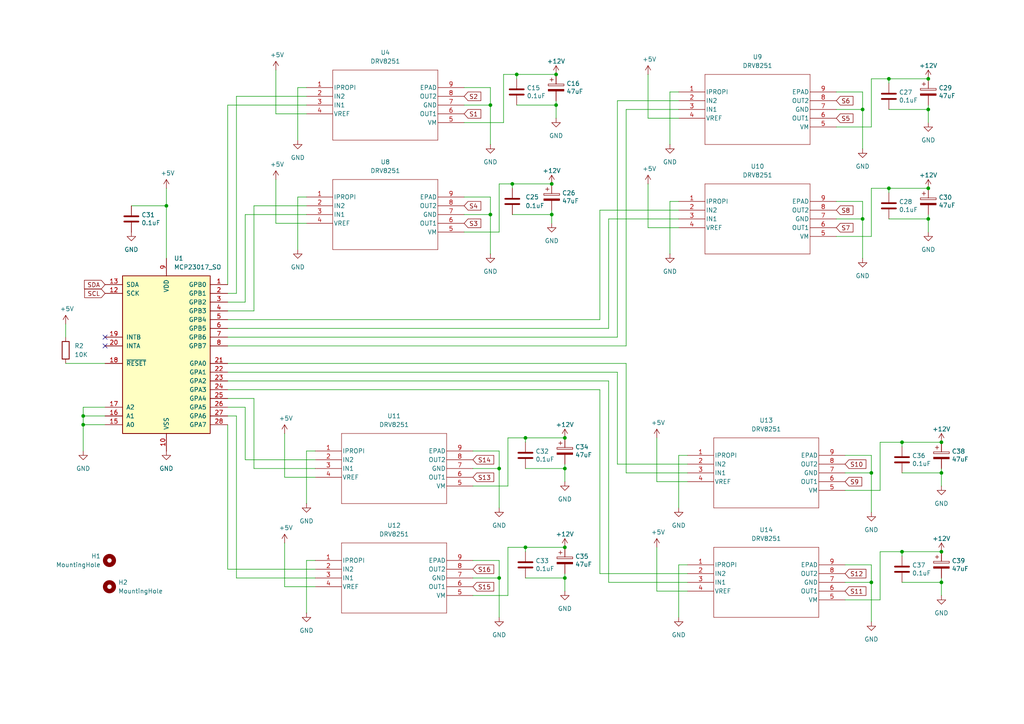
<source format=kicad_sch>
(kicad_sch (version 20231120) (generator "eeschema") (generator_version "8.0")
  (paper "A4")
  (title_block (title "DRVs") (date "2024-11-04"))
  (lib_symbols
    (symbol "Mechanical:MountingHole" (pin_names (offset 1.016)) (exclude_from_sim yes) (in_bom no)
      (property "Reference" "H" (at 0 5.08 0))
      (property "Value" "MountingHole" (at 0 3.175 0))
      (symbol "MountingHole_0_1"
        (circle (center 0 0) (radius 1.27) (stroke (width 1.27)))
      )
    )
    (symbol "RC17Symbols:C" (pin_numbers hide) (pin_names (offset 0.254))
      (property "Reference" "C" (at 0.635 2.54 0))
      (property "Value" "C" (at 0.635 -2.54 0))
      (symbol "C_0_1"
        (polyline (pts (xy -2.032 -0.762) (xy 2.032 -0.762)) (stroke (width 0.508)))
        (polyline (pts (xy -2.032 0.762) (xy 2.032 0.762)) (stroke (width 0.508)))
      )
      (symbol "C_1_1"
        (pin passive line (at 0 3.81 270) (length 2.794) (name "~") (number "1"))
        (pin passive line (at 0 -3.81 90) (length 2.794) (name "~") (number "2"))
      )
    )
    (symbol "RC17Symbols:C_Polarized" (pin_numbers hide) (pin_names (offset 0.254))
      (property "Reference" "C" (at 0.635 2.54 0))
      (property "Value" "C_Polarized" (at 0.635 -2.54 0))
      (symbol "C_Polarized_0_1"
        (rectangle (start -2.286 0.508) (end 2.286 1.016))
        (polyline (pts (xy -1.778 2.286) (xy -0.762 2.286)))
        (polyline (pts (xy -1.27 2.794) (xy -1.27 1.778)))
        (rectangle (start 2.286 -0.508) (end -2.286 -1.016) (fill (type outline)))
      )
      (symbol "C_Polarized_1_1"
        (pin passive line (at 0 3.81 270) (length 2.794) (name "~") (number "1"))
        (pin passive line (at 0 -3.81 90) (length 2.794) (name "~") (number "2"))
      )
    )
    (symbol "RC17Symbols:DRV8251ADDAR" (pin_names (offset 0.254))
      (property "Reference" "U" (at 22.86 10.16 0))
      (property "Value" "DRV8251ADDAR" (at 22.86 7.62 0))
      (symbol "DRV8251ADDAR_0_1"
        (polyline (pts (xy 7.62 -15.24) (xy 38.1 -15.24)) (stroke (width 0.127)))
        (polyline (pts (xy 7.62 5.08) (xy 7.62 -15.24)) (stroke (width 0.127)))
        (polyline (pts (xy 38.1 -15.24) (xy 38.1 5.08)) (stroke (width 0.127)))
        (polyline (pts (xy 38.1 5.08) (xy 7.62 5.08)) (stroke (width 0.127)))
        (pin passive line (at 0 0 0) (length 7.62) (name "IPROPI") (number "1"))
        (pin passive line (at 0 -2.54 0) (length 7.62) (name "IN2") (number "2"))
        (pin passive line (at 0 -5.08 0) (length 7.62) (name "IN1") (number "3"))
        (pin passive line (at 0 -7.62 0) (length 7.62) (name "VREF") (number "4"))
        (pin passive line (at 45.72 -10.16 180) (length 7.62) (name "VM") (number "5"))
        (pin passive line (at 45.72 -7.62 180) (length 7.62) (name "OUT1") (number "6"))
        (pin passive line (at 45.72 -5.08 180) (length 7.62) (name "GND") (number "7"))
        (pin passive line (at 45.72 -2.54 180) (length 7.62) (name "OUT2") (number "8"))
        (pin passive line (at 45.72 0 180) (length 7.62) (name "EPAD") (number "9"))
      )
    )
    (symbol "RC17Symbols:MCP23017_SO" (pin_names (offset 1.016))
      (property "Reference" "U" (at -11.43 24.13 0))
      (property "Value" "MCP23017_SO" (at 0 0 0))
      (symbol "MCP23017_SO_0_1"
        (rectangle (start -12.7 22.86) (end 12.7 -22.86) (stroke (width 0.254)) (fill (type background)))
      )
      (symbol "MCP23017_SO_1_1"
        (pin bidirectional line (at 17.78 20.32 180) (length 5.08) (name "GPB0") (number "1"))
        (pin power_in line (at 0 -27.94 90) (length 5.08) (name "VSS") (number "10"))
        (pin no_connect line (at -12.7 15.24 0) (length 5.08) hide (name "NC") (number "11"))
        (pin input line (at -17.78 17.78 0) (length 5.08) (name "SCK") (number "12"))
        (pin bidirectional line (at -17.78 20.32 0) (length 5.08) (name "SDA") (number "13"))
        (pin no_connect line (at -12.7 12.7 0) (length 5.08) hide (name "NC") (number "14"))
        (pin input line (at -17.78 -20.32 0) (length 5.08) (name "A0") (number "15"))
        (pin input line (at -17.78 -17.78 0) (length 5.08) (name "A1") (number "16"))
        (pin input line (at -17.78 -15.24 0) (length 5.08) (name "A2") (number "17"))
        (pin input line (at -17.78 -2.54 0) (length 5.08) (name "~{RESET}") (number "18"))
        (pin tri_state line (at -17.78 5.08 0) (length 5.08) (name "INTB") (number "19"))
        (pin bidirectional line (at 17.78 17.78 180) (length 5.08) (name "GPB1") (number "2"))
        (pin tri_state line (at -17.78 2.54 0) (length 5.08) (name "INTA") (number "20"))
        (pin bidirectional line (at 17.78 -2.54 180) (length 5.08) (name "GPA0") (number "21"))
        (pin bidirectional line (at 17.78 -5.08 180) (length 5.08) (name "GPA1") (number "22"))
        (pin bidirectional line (at 17.78 -7.62 180) (length 5.08) (name "GPA2") (number "23"))
        (pin bidirectional line (at 17.78 -10.16 180) (length 5.08) (name "GPA3") (number "24"))
        (pin bidirectional line (at 17.78 -12.7 180) (length 5.08) (name "GPA4") (number "25"))
        (pin bidirectional line (at 17.78 -15.24 180) (length 5.08) (name "GPA5") (number "26"))
        (pin bidirectional line (at 17.78 -17.78 180) (length 5.08) (name "GPA6") (number "27"))
        (pin bidirectional line (at 17.78 -20.32 180) (length 5.08) (name "GPA7") (number "28"))
        (pin bidirectional line (at 17.78 15.24 180) (length 5.08) (name "GPB2") (number "3"))
        (pin bidirectional line (at 17.78 12.7 180) (length 5.08) (name "GPB3") (number "4"))
        (pin bidirectional line (at 17.78 10.16 180) (length 5.08) (name "GPB4") (number "5"))
        (pin bidirectional line (at 17.78 7.62 180) (length 5.08) (name "GPB5") (number "6"))
        (pin bidirectional line (at 17.78 5.08 180) (length 5.08) (name "GPB6") (number "7"))
        (pin bidirectional line (at 17.78 2.54 180) (length 5.08) (name "GPB7") (number "8"))
        (pin power_in line (at 0 27.94 270) (length 5.08) (name "VDD") (number "9"))
      )
    )
    (symbol "RC17Symbols:R" (pin_numbers hide) (pin_names (offset 0))
      (property "Reference" "R" (at 2.032 0 90))
      (property "Value" "R" (at 0 0 90))
      (symbol "R_0_1"
        (rectangle (start -1.016 -2.54) (end 1.016 2.54) (stroke (width 0.254)))
      )
      (symbol "R_1_1"
        (pin passive line (at 0 3.81 270) (length 1.27) (name "~") (number "1"))
        (pin passive line (at 0 -3.81 90) (length 1.27) (name "~") (number "2"))
      )
    )
    (symbol "power:+12V" (power) (pin_numbers hide) (pin_names (offset 0) hide)
      (property "Value" "+12V" (at 0 3.556 0))
      (symbol "+12V_0_1"
        (polyline (pts (xy -0.762 1.27) (xy 0 2.54)))
        (polyline (pts (xy 0 0) (xy 0 2.54)))
        (polyline (pts (xy 0 2.54) (xy 0.762 1.27)))
      )
      (symbol "+12V_1_1"
        (pin power_in line (at 0 0 90) (length 0) (name "~") (number "1"))
      )
    )
    (symbol "power:+5V" (power) (pin_numbers hide) (pin_names (offset 0) hide)
      (property "Value" "+5V" (at 0 3.556 0))
      (symbol "+5V_0_1"
        (polyline (pts (xy -0.762 1.27) (xy 0 2.54)))
        (polyline (pts (xy 0 0) (xy 0 2.54)))
        (polyline (pts (xy 0 2.54) (xy 0.762 1.27)))
      )
      (symbol "+5V_1_1"
        (pin power_in line (at 0 0 90) (length 0) (name "~") (number "1"))
      )
    )
    (symbol "power:GND" (power) (pin_numbers hide) (pin_names (offset 0) hide)
      (property "Value" "GND" (at 0 -3.81 0))
      (symbol "GND_0_1"
        (polyline (pts (xy 0 0) (xy 0 -1.27) (xy 1.27 -1.27) (xy 0 -2.54) (xy -1.27 -1.27) (xy 0 -1.27)))
      )
      (symbol "GND_1_1"
        (pin power_in line (at 0 0 270) (length 0) (name "~") (number "1"))
      )
    )
  )
  (junction (at 250.19 31.75))
  (junction (at 148.59 53.34))
  (junction (at 273.05 128.27))
  (junction (at 152.4 127))
  (junction (at 269.24 54.61))
  (junction (at 273.05 137.16))
  (junction (at 160.02 53.34))
  (junction (at 152.4 158.75))
  (junction (at 269.24 63.5))
  (junction (at 144.78 135.89))
  (junction (at 273.05 168.91))
  (junction (at 269.24 31.75))
  (junction (at 273.05 160.02))
  (junction (at 250.19 63.5))
  (junction (at 261.62 128.27))
  (junction (at 269.24 22.86))
  (junction (at 163.83 158.75))
  (junction (at 161.29 21.59))
  (junction (at 163.83 167.64))
  (junction (at 252.73 137.16))
  (junction (at 24.13 120.65))
  (junction (at 142.24 30.48))
  (junction (at 261.62 160.02))
  (junction (at 163.83 127))
  (junction (at 142.24 62.23))
  (junction (at 257.81 54.61))
  (junction (at 257.81 22.86))
  (junction (at 252.73 168.91))
  (junction (at 163.83 135.89))
  (junction (at 144.78 167.64))
  (junction (at 161.29 30.48))
  (junction (at 149.86 21.59))
  (junction (at 24.13 123.19))
  (junction (at 160.02 62.23))
  (junction (at 48.26 59.69))
  (no_connect (at 30.48 100.33))
  (no_connect (at 30.48 97.79))
  (wire (pts (xy 66.04 100.33) (xy 181.61 100.33)))
  (wire (pts (xy 163.83 127) (xy 152.4 127)))
  (wire (pts (xy 181.61 31.75) (xy 181.61 100.33)))
  (wire (pts (xy 134.62 57.15) (xy 142.24 57.15)))
  (wire (pts (xy 242.57 58.42) (xy 250.19 58.42)))
  (wire (pts (xy 66.04 82.55) (xy 66.04 30.48)))
  (wire (pts (xy 269.24 63.5) (xy 269.24 62.23)))
  (wire (pts (xy 142.24 30.48) (xy 142.24 41.91)))
  (wire (pts (xy 245.11 137.16) (xy 252.73 137.16)))
  (wire (pts (xy 66.04 165.1) (xy 91.44 165.1)))
  (wire (pts (xy 252.73 163.83) (xy 252.73 168.91)))
  (wire (pts (xy 66.04 105.41) (xy 181.61 105.41)))
  (wire (pts (xy 161.29 34.29) (xy 161.29 30.48)))
  (wire (pts (xy 181.61 105.41) (xy 181.61 137.16)))
  (wire (pts (xy 176.53 110.49) (xy 176.53 168.91)))
  (wire (pts (xy 199.39 132.08) (xy 196.85 132.08)))
  (wire (pts (xy 160.02 64.77) (xy 160.02 62.23)))
  (wire (pts (xy 66.04 123.19) (xy 66.04 165.1)))
  (wire (pts (xy 152.4 158.75) (xy 152.4 160.02)))
  (wire (pts (xy 161.29 30.48) (xy 161.29 29.21)))
  (wire (pts (xy 250.19 26.67) (xy 250.19 31.75)))
  (wire (pts (xy 91.44 162.56) (xy 88.9 162.56)))
  (wire (pts (xy 273.05 172.72) (xy 273.05 168.91)))
  (wire (pts (xy 187.96 66.04) (xy 187.96 53.34)))
  (wire (pts (xy 199.39 168.91) (xy 176.53 168.91)))
  (wire (pts (xy 142.24 57.15) (xy 142.24 62.23)))
  (wire (pts (xy 152.4 127) (xy 147.32 127)))
  (wire (pts (xy 199.39 139.7) (xy 190.5 139.7)))
  (wire (pts (xy 252.73 168.91) (xy 252.73 180.34)))
  (wire (pts (xy 190.5 171.45) (xy 190.5 158.75)))
  (wire (pts (xy 242.57 68.58) (xy 252.73 68.58)))
  (wire (pts (xy 66.04 97.79) (xy 179.07 97.79)))
  (wire (pts (xy 252.73 137.16) (xy 252.73 148.59)))
  (wire (pts (xy 88.9 25.4) (xy 86.36 25.4)))
  (wire (pts (xy 73.66 115.57) (xy 73.66 135.89)))
  (wire (pts (xy 199.39 134.62) (xy 179.07 134.62)))
  (wire (pts (xy 273.05 137.16) (xy 273.05 140.97)))
  (wire (pts (xy 242.57 63.5) (xy 250.19 63.5)))
  (wire (pts (xy 196.85 163.83) (xy 196.85 179.07)))
  (wire (pts (xy 173.99 166.37) (xy 199.39 166.37)))
  (wire (pts (xy 245.11 168.91) (xy 252.73 168.91)))
  (wire (pts (xy 24.13 120.65) (xy 30.48 120.65)))
  (wire (pts (xy 163.83 167.64) (xy 163.83 166.37)))
  (wire (pts (xy 269.24 31.75) (xy 269.24 30.48)))
  (wire (pts (xy 269.24 67.31) (xy 269.24 63.5)))
  (wire (pts (xy 245.11 163.83) (xy 252.73 163.83)))
  (wire (pts (xy 88.9 162.56) (xy 88.9 177.8)))
  (wire (pts (xy 144.78 135.89) (xy 144.78 147.32)))
  (wire (pts (xy 261.62 160.02) (xy 261.62 161.29)))
  (wire (pts (xy 66.04 87.63) (xy 71.12 87.63)))
  (wire (pts (xy 66.04 30.48) (xy 88.9 30.48)))
  (wire (pts (xy 66.04 110.49) (xy 176.53 110.49)))
  (wire (pts (xy 269.24 22.86) (xy 257.81 22.86)))
  (wire (pts (xy 48.26 74.93) (xy 48.26 59.69)))
  (wire (pts (xy 24.13 118.11) (xy 24.13 120.65)))
  (wire (pts (xy 196.85 34.29) (xy 187.96 34.29)))
  (wire (pts (xy 160.02 53.34) (xy 148.59 53.34)))
  (wire (pts (xy 181.61 31.75) (xy 196.85 31.75)))
  (wire (pts (xy 66.04 85.09) (xy 68.58 85.09)))
  (wire (pts (xy 187.96 34.29) (xy 187.96 21.59)))
  (wire (pts (xy 273.05 128.27) (xy 261.62 128.27)))
  (wire (pts (xy 152.4 127) (xy 152.4 128.27)))
  (wire (pts (xy 148.59 53.34) (xy 148.59 54.61)))
  (wire (pts (xy 242.57 36.83) (xy 252.73 36.83)))
  (wire (pts (xy 82.55 170.18) (xy 82.55 157.48)))
  (wire (pts (xy 137.16 172.72) (xy 147.32 172.72)))
  (wire (pts (xy 245.11 142.24) (xy 255.27 142.24)))
  (wire (pts (xy 144.78 162.56) (xy 144.78 167.64)))
  (wire (pts (xy 242.57 26.67) (xy 250.19 26.67)))
  (wire (pts (xy 144.78 130.81) (xy 144.78 135.89)))
  (wire (pts (xy 255.27 160.02) (xy 255.27 173.99)))
  (wire (pts (xy 66.04 113.03) (xy 173.99 113.03)))
  (wire (pts (xy 73.66 59.69) (xy 88.9 59.69)))
  (wire (pts (xy 250.19 58.42) (xy 250.19 63.5)))
  (wire (pts (xy 252.73 36.83) (xy 252.73 22.86)))
  (wire (pts (xy 91.44 138.43) (xy 82.55 138.43)))
  (wire (pts (xy 137.16 162.56) (xy 144.78 162.56)))
  (wire (pts (xy 173.99 92.71) (xy 173.99 60.96)))
  (wire (pts (xy 134.62 35.56) (xy 146.05 35.56)))
  (wire (pts (xy 86.36 25.4) (xy 86.36 40.64)))
  (wire (pts (xy 66.04 95.25) (xy 176.53 95.25)))
  (wire (pts (xy 261.62 137.16) (xy 273.05 137.16)))
  (wire (pts (xy 30.48 118.11) (xy 24.13 118.11)))
  (wire (pts (xy 19.05 105.41) (xy 30.48 105.41)))
  (wire (pts (xy 88.9 33.02) (xy 80.01 33.02)))
  (wire (pts (xy 152.4 158.75) (xy 147.32 158.75)))
  (wire (pts (xy 71.12 62.23) (xy 88.9 62.23)))
  (wire (pts (xy 252.73 132.08) (xy 252.73 137.16)))
  (wire (pts (xy 194.31 26.67) (xy 194.31 41.91)))
  (wire (pts (xy 68.58 85.09) (xy 68.58 27.94)))
  (wire (pts (xy 137.16 135.89) (xy 144.78 135.89)))
  (wire (pts (xy 48.26 59.69) (xy 48.26 54.61)))
  (wire (pts (xy 161.29 21.59) (xy 149.86 21.59)))
  (wire (pts (xy 181.61 137.16) (xy 199.39 137.16)))
  (wire (pts (xy 137.16 167.64) (xy 144.78 167.64)))
  (wire (pts (xy 71.12 133.35) (xy 91.44 133.35)))
  (wire (pts (xy 146.05 35.56) (xy 146.05 21.59)))
  (wire (pts (xy 86.36 57.15) (xy 86.36 72.39)))
  (wire (pts (xy 68.58 120.65) (xy 68.58 167.64)))
  (wire (pts (xy 144.78 53.34) (xy 148.59 53.34)))
  (wire (pts (xy 24.13 120.65) (xy 24.13 123.19)))
  (wire (pts (xy 173.99 113.03) (xy 173.99 166.37)))
  (wire (pts (xy 257.81 63.5) (xy 269.24 63.5)))
  (wire (pts (xy 250.19 63.5) (xy 250.19 74.93)))
  (wire (pts (xy 196.85 58.42) (xy 194.31 58.42)))
  (wire (pts (xy 190.5 139.7) (xy 190.5 127)))
  (wire (pts (xy 147.32 127) (xy 147.32 140.97)))
  (wire (pts (xy 173.99 60.96) (xy 196.85 60.96)))
  (wire (pts (xy 137.16 140.97) (xy 147.32 140.97)))
  (wire (pts (xy 273.05 135.89) (xy 273.05 137.16)))
  (wire (pts (xy 194.31 58.42) (xy 194.31 73.66)))
  (wire (pts (xy 252.73 22.86) (xy 257.81 22.86)))
  (wire (pts (xy 19.05 93.98) (xy 19.05 97.79)))
  (wire (pts (xy 147.32 158.75) (xy 147.32 172.72)))
  (wire (pts (xy 163.83 158.75) (xy 152.4 158.75)))
  (wire (pts (xy 24.13 123.19) (xy 24.13 130.81)))
  (wire (pts (xy 134.62 25.4) (xy 142.24 25.4)))
  (wire (pts (xy 68.58 167.64) (xy 91.44 167.64)))
  (wire (pts (xy 142.24 25.4) (xy 142.24 30.48)))
  (wire (pts (xy 252.73 68.58) (xy 252.73 54.61)))
  (wire (pts (xy 149.86 30.48) (xy 161.29 30.48)))
  (wire (pts (xy 142.24 62.23) (xy 142.24 73.66)))
  (wire (pts (xy 257.81 54.61) (xy 257.81 55.88)))
  (wire (pts (xy 176.53 63.5) (xy 196.85 63.5)))
  (wire (pts (xy 252.73 54.61) (xy 257.81 54.61)))
  (wire (pts (xy 152.4 135.89) (xy 163.83 135.89)))
  (wire (pts (xy 71.12 118.11) (xy 71.12 133.35)))
  (wire (pts (xy 273.05 168.91) (xy 273.05 167.64)))
  (wire (pts (xy 255.27 128.27) (xy 255.27 142.24)))
  (wire (pts (xy 245.11 132.08) (xy 252.73 132.08)))
  (wire (pts (xy 134.62 30.48) (xy 142.24 30.48)))
  (wire (pts (xy 80.01 64.77) (xy 80.01 52.07)))
  (wire (pts (xy 88.9 57.15) (xy 86.36 57.15)))
  (wire (pts (xy 273.05 160.02) (xy 261.62 160.02)))
  (wire (pts (xy 179.07 29.21) (xy 179.07 97.79)))
  (wire (pts (xy 257.81 31.75) (xy 269.24 31.75)))
  (wire (pts (xy 91.44 170.18) (xy 82.55 170.18)))
  (wire (pts (xy 176.53 95.25) (xy 176.53 63.5)))
  (wire (pts (xy 88.9 64.77) (xy 80.01 64.77)))
  (wire (pts (xy 242.57 31.75) (xy 250.19 31.75)))
  (wire (pts (xy 148.59 62.23) (xy 160.02 62.23)))
  (wire (pts (xy 149.86 21.59) (xy 149.86 22.86)))
  (wire (pts (xy 196.85 66.04) (xy 187.96 66.04)))
  (wire (pts (xy 245.11 173.99) (xy 255.27 173.99)))
  (wire (pts (xy 66.04 115.57) (xy 73.66 115.57)))
  (wire (pts (xy 66.04 107.95) (xy 179.07 107.95)))
  (wire (pts (xy 80.01 33.02) (xy 80.01 20.32)))
  (wire (pts (xy 179.07 107.95) (xy 179.07 134.62)))
  (wire (pts (xy 38.1 59.69) (xy 48.26 59.69)))
  (wire (pts (xy 163.83 135.89) (xy 163.83 134.62)))
  (wire (pts (xy 199.39 163.83) (xy 196.85 163.83)))
  (wire (pts (xy 66.04 118.11) (xy 71.12 118.11)))
  (wire (pts (xy 250.19 31.75) (xy 250.19 43.18)))
  (wire (pts (xy 152.4 167.64) (xy 163.83 167.64)))
  (wire (pts (xy 73.66 135.89) (xy 91.44 135.89)))
  (wire (pts (xy 66.04 90.17) (xy 73.66 90.17)))
  (wire (pts (xy 134.62 62.23) (xy 142.24 62.23)))
  (wire (pts (xy 137.16 130.81) (xy 144.78 130.81)))
  (wire (pts (xy 144.78 167.64) (xy 144.78 179.07)))
  (wire (pts (xy 179.07 29.21) (xy 196.85 29.21)))
  (wire (pts (xy 66.04 120.65) (xy 68.58 120.65)))
  (wire (pts (xy 261.62 168.91) (xy 273.05 168.91)))
  (wire (pts (xy 24.13 123.19) (xy 30.48 123.19)))
  (wire (pts (xy 146.05 21.59) (xy 149.86 21.59)))
  (wire (pts (xy 196.85 26.67) (xy 194.31 26.67)))
  (wire (pts (xy 91.44 130.81) (xy 88.9 130.81)))
  (wire (pts (xy 160.02 62.23) (xy 160.02 60.96)))
  (wire (pts (xy 261.62 128.27) (xy 255.27 128.27)))
  (wire (pts (xy 196.85 132.08) (xy 196.85 147.32)))
  (wire (pts (xy 88.9 130.81) (xy 88.9 146.05)))
  (wire (pts (xy 82.55 138.43) (xy 82.55 125.73)))
  (wire (pts (xy 163.83 171.45) (xy 163.83 167.64)))
  (wire (pts (xy 199.39 171.45) (xy 190.5 171.45)))
  (wire (pts (xy 73.66 90.17) (xy 73.66 59.69)))
  (wire (pts (xy 257.81 22.86) (xy 257.81 24.13)))
  (wire (pts (xy 71.12 87.63) (xy 71.12 62.23)))
  (wire (pts (xy 261.62 160.02) (xy 255.27 160.02)))
  (wire (pts (xy 134.62 67.31) (xy 144.78 67.31)))
  (wire (pts (xy 144.78 67.31) (xy 144.78 53.34)))
  (wire (pts (xy 269.24 54.61) (xy 257.81 54.61)))
  (wire (pts (xy 269.24 35.56) (xy 269.24 31.75)))
  (wire (pts (xy 66.04 92.71) (xy 173.99 92.71)))
  (wire (pts (xy 68.58 27.94) (xy 88.9 27.94)))
  (wire (pts (xy 261.62 128.27) (xy 261.62 129.54)))
  (wire (pts (xy 163.83 139.7) (xy 163.83 135.89)))
  (global_label "S10" (shape input) (at 245.11 134.62 0) (property "Intersheetrefs" "${INTERSHEET_REFS}" (effects (hide yes))))
  (global_label "S13" (shape input) (at 137.16 138.43 0) (property "Intersheetrefs" "${INTERSHEET_REFS}" (effects (hide yes))))
  (global_label "S11" (shape input) (at 245.11 171.45 0) (property "Intersheetrefs" "${INTERSHEET_REFS}" (effects (hide yes))))
  (global_label "S15" (shape input) (at 137.16 170.18 0) (property "Intersheetrefs" "${INTERSHEET_REFS}" (effects (hide yes))))
  (global_label "S9" (shape input) (at 245.11 139.7 0) (property "Intersheetrefs" "${INTERSHEET_REFS}" (effects (hide yes))))
  (global_label "S6" (shape input) (at 242.57 29.21 0) (property "Intersheetrefs" "${INTERSHEET_REFS}" (effects (hide yes))))
  (global_label "S8" (shape input) (at 242.57 60.96 0) (property "Intersheetrefs" "${INTERSHEET_REFS}" (effects (hide yes))))
  (global_label "S2" (shape input) (at 134.62 27.94 0) (property "Intersheetrefs" "${INTERSHEET_REFS}" (effects (hide yes))))
  (global_label "S3" (shape input) (at 134.62 64.77 0) (property "Intersheetrefs" "${INTERSHEET_REFS}" (effects (hide yes))))
  (global_label "S4" (shape input) (at 134.62 59.69 0) (property "Intersheetrefs" "${INTERSHEET_REFS}" (effects (hide yes))))
  (global_label "S5" (shape input) (at 242.57 34.29 0) (property "Intersheetrefs" "${INTERSHEET_REFS}" (effects (hide yes))))
  (global_label "SCL" (shape input) (at 30.48 85.09 180) (property "Intersheetrefs" "${INTERSHEET_REFS}" (effects (hide yes))))
  (global_label "S7" (shape input) (at 242.57 66.04 0) (property "Intersheetrefs" "${INTERSHEET_REFS}" (effects (hide yes))))
  (global_label "S16" (shape input) (at 137.16 165.1 0) (property "Intersheetrefs" "${INTERSHEET_REFS}" (effects (hide yes))))
  (global_label "S14" (shape input) (at 137.16 133.35 0) (property "Intersheetrefs" "${INTERSHEET_REFS}" (effects (hide yes))))
  (global_label "S1" (shape input) (at 134.62 33.02 0) (property "Intersheetrefs" "${INTERSHEET_REFS}" (effects (hide yes))))
  (global_label "SDA" (shape input) (at 30.48 82.55 180) (property "Intersheetrefs" "${INTERSHEET_REFS}" (effects (hide yes))))
  (global_label "S12" (shape input) (at 245.11 166.37 0) (property "Intersheetrefs" "${INTERSHEET_REFS}" (effects (hide yes))))
  (symbol (lib_id "RC17Symbols:C_Polarized") (at 269.24 26.67 0) (unit 1)
    (property "Reference" "C29" (at 272.2372 25.5016 0) (effects (justify left)))
    (property "Value" "47uF" (at 272.2372 27.813 0) (effects (justify left)))
    (property "Footprint" "Capacitor_SMD:CP_Elec_6.3x5.4" (effects (hide yes)))
  )
  (symbol (lib_id "RC17Symbols:C_Polarized") (at 163.83 162.56 0) (unit 1)
    (property "Reference" "C35" (at 166.8272 161.3916 0) (effects (justify left)))
    (property "Value" "47uF" (at 166.8272 163.703 0) (effects (justify left)))
    (property "Footprint" "Capacitor_SMD:CP_Elec_6.3x5.4" (effects (hide yes)))
  )
  (symbol (lib_id "power:GND") (at 38.1 67.31 0) (unit 1)
    (property "Reference" "#PWR071" (effects (hide yes)))
    (property "Value" "GND" (at 38.1 72.39 0))
    (property "Description" "Power symbol creates a global label with name \"GND\" , ground" (effects (hide yes)))
  )
  (symbol (lib_id "power:+12V") (at 163.83 127 0) (unit 1)
    (property "Reference" "#PWR035" (effects (hide yes)))
    (property "Value" "+12V" (at 163.83 123.19 0))
    (property "Description" "Power symbol creates a global label with name \"+12V\"" (effects (hide yes)))
  )
  (symbol (lib_id "power:+12V") (at 273.05 128.27 0) (unit 1)
    (property "Reference" "#PWR070" (effects (hide yes)))
    (property "Value" "+12V" (at 273.05 124.46 0))
    (property "Description" "Power symbol creates a global label with name \"+12V\"" (effects (hide yes)))
  )
  (symbol (lib_id "power:GND") (at 252.73 180.34 0) (unit 1)
    (property "Reference" "#PWR069" (effects (hide yes)))
    (property "Value" "GND" (at 252.73 185.42 0))
    (property "Description" "Power symbol creates a global label with name \"GND\" , ground" (effects (hide yes)))
  )
  (symbol (lib_id "RC17Symbols:C") (at 38.1 63.5 0) (unit 1)
    (property "Reference" "C31" (at 41.021 62.3316 0) (effects (justify left)))
    (property "Value" "0.1uF" (at 41.021 64.643 0) (effects (justify left)))
    (property "Footprint" "Capacitor_SMD:C_0603_1608Metric" (effects (hide yes)))
  )
  (symbol (lib_id "RC17Symbols:C") (at 261.62 165.1 0) (unit 1)
    (property "Reference" "C37" (at 264.541 163.9316 0) (effects (justify left)))
    (property "Value" "0.1uF" (at 264.541 166.243 0) (effects (justify left)))
    (property "Footprint" "Capacitor_SMD:C_0603_1608Metric" (effects (hide yes)))
  )
  (symbol (lib_id "RC17Symbols:DRV8251ADDAR") (at 199.39 163.83 0) (unit 1)
    (property "Reference" "U14" (at 222.25 153.67 0))
    (property "Value" "DRV8251" (at 222.25 156.21 0))
    (property "Footprint" "RC17Footprints:DRV8251ADDR" (effects (hide yes)))
    (property "Datasheet" "DRV8251ADDAR" (effects (hide yes)))
  )
  (symbol (lib_id "power:GND") (at 269.24 35.56 0) (unit 1)
    (property "Reference" "#PWR064" (effects (hide yes)))
    (property "Value" "GND" (at 269.24 40.64 0))
    (property "Description" "Power symbol creates a global label with name \"GND\" , ground" (effects (hide yes)))
  )
  (symbol (lib_id "power:+12V") (at 160.02 53.34 0) (unit 1)
    (property "Reference" "#PWR055" (effects (hide yes)))
    (property "Value" "+12V" (at 160.02 49.53 0))
    (property "Description" "Power symbol creates a global label with name \"+12V\"" (effects (hide yes)))
  )
  (symbol (lib_id "power:GND") (at 86.36 72.39 0) (unit 1)
    (property "Reference" "#PWR053" (effects (hide yes)))
    (property "Value" "GND" (at 86.36 77.47 0))
    (property "Description" "Power symbol creates a global label with name \"GND\" , ground" (effects (hide yes)))
  )
  (symbol (lib_id "power:GND") (at 196.85 179.07 0) (unit 1)
    (property "Reference" "#PWR067" (effects (hide yes)))
    (property "Value" "GND" (at 196.85 184.15 0))
    (property "Description" "Power symbol creates a global label with name \"GND\" , ground" (effects (hide yes)))
  )
  (symbol (lib_id "RC17Symbols:C_Polarized") (at 273.05 163.83 0) (unit 1)
    (property "Reference" "C39" (at 276.0472 162.6616 0) (effects (justify left)))
    (property "Value" "47uF" (at 276.0472 164.973 0) (effects (justify left)))
    (property "Footprint" "Capacitor_SMD:CP_Elec_6.3x5.4" (effects (hide yes)))
  )
  (symbol (lib_id "power:+5V") (at 82.55 157.48 0) (unit 1)
    (property "Reference" "#PWR026" (effects (hide yes)))
    (property "Value" "+5V" (at 82.931 153.0858 0))
    (property "Description" "Power symbol creates a global label with name \"+5V\"" (effects (hide yes)))
  )
  (symbol (lib_id "RC17Symbols:DRV8251ADDAR") (at 88.9 57.15 0) (unit 1)
    (property "Reference" "U8" (at 111.76 46.99 0))
    (property "Value" "DRV8251" (at 111.76 49.53 0))
    (property "Footprint" "RC17Footprints:DRV8251ADDR" (effects (hide yes)))
    (property "Datasheet" "DRV8251ADDAR" (effects (hide yes)))
  )
  (symbol (lib_id "power:GND") (at 144.78 147.32 0) (unit 1)
    (property "Reference" "#PWR031" (effects (hide yes)))
    (property "Value" "GND" (at 144.78 152.4 0))
    (property "Description" "Power symbol creates a global label with name \"GND\" , ground" (effects (hide yes)))
  )
  (symbol (lib_id "power:GND") (at 273.05 140.97 0) (unit 1)
    (property "Reference" "#PWR073" (effects (hide yes)))
    (property "Value" "GND" (at 273.05 146.05 0))
    (property "Description" "Power symbol creates a global label with name \"GND\" , ground" (effects (hide yes)))
  )
  (symbol (lib_id "RC17Symbols:DRV8251ADDAR") (at 88.9 25.4 0) (unit 1)
    (property "Reference" "U4" (at 111.76 15.24 0))
    (property "Value" "DRV8251" (at 111.76 17.78 0))
    (property "Footprint" "RC17Footprints:DRV8251ADDR" (effects (hide yes)))
    (property "Datasheet" "DRV8251ADDAR" (effects (hide yes)))
  )
  (symbol (lib_id "RC17Symbols:C") (at 257.81 59.69 0) (unit 1)
    (property "Reference" "C28" (at 260.731 58.5216 0) (effects (justify left)))
    (property "Value" "0.1uF" (at 260.731 60.833 0) (effects (justify left)))
    (property "Footprint" "Capacitor_SMD:C_0603_1608Metric" (effects (hide yes)))
  )
  (symbol (lib_id "RC17Symbols:DRV8251ADDAR") (at 196.85 26.67 0) (unit 1)
    (property "Reference" "U9" (at 219.71 16.51 0))
    (property "Value" "DRV8251" (at 219.71 19.05 0))
    (property "Footprint" "RC17Footprints:DRV8251ADDR" (effects (hide yes)))
    (property "Datasheet" "DRV8251ADDAR" (effects (hide yes)))
  )
  (symbol (lib_id "power:GND") (at 24.13 130.81 0) (unit 1)
    (property "Reference" "#PWR044" (effects (hide yes)))
    (property "Value" "GND" (at 24.13 135.89 0))
    (property "Description" "Power symbol creates a global label with name \"GND\" , ground" (effects (hide yes)))
  )
  (symbol (lib_id "power:GND") (at 142.24 73.66 0) (unit 1)
    (property "Reference" "#PWR054" (effects (hide yes)))
    (property "Value" "GND" (at 142.24 78.74 0))
    (property "Description" "Power symbol creates a global label with name \"GND\" , ground" (effects (hide yes)))
  )
  (symbol (lib_id "power:GND") (at 194.31 41.91 0) (unit 1)
    (property "Reference" "#PWR059" (effects (hide yes)))
    (property "Value" "GND" (at 194.31 46.99 0))
    (property "Description" "Power symbol creates a global label with name \"GND\" , ground" (effects (hide yes)))
  )
  (symbol (lib_id "power:GND") (at 250.19 43.18 0) (unit 1)
    (property "Reference" "#PWR061" (effects (hide yes)))
    (property "Value" "GND" (at 250.19 48.26 0))
    (property "Description" "Power symbol creates a global label with name \"GND\" , ground" (effects (hide yes)))
  )
  (symbol (lib_id "RC17Symbols:R") (at 19.05 101.6 0) (unit 1)
    (property "Reference" "R2" (at 21.59 100.3299 0) (effects (justify left)))
    (property "Value" "10K" (at 21.59 102.8699 0) (effects (justify left)))
    (property "Footprint" "Resistor_SMD:R_0603_1608Metric" (effects (hide yes)))
  )
  (symbol (lib_id "RC17Symbols:C") (at 152.4 132.08 0) (unit 1)
    (property "Reference" "C32" (at 155.321 130.9116 0) (effects (justify left)))
    (property "Value" "0.1uF" (at 155.321 133.223 0) (effects (justify left)))
    (property "Footprint" "Capacitor_SMD:C_0603_1608Metric" (effects (hide yes)))
  )
  (symbol (lib_id "power:GND") (at 86.36 40.64 0) (unit 1)
    (property "Reference" "#PWR039" (effects (hide yes)))
    (property "Value" "GND" (at 86.36 45.72 0))
    (property "Description" "Power symbol creates a global label with name \"GND\" , ground" (effects (hide yes)))
  )
  (symbol (lib_id "RC17Symbols:C_Polarized") (at 161.29 25.4 0) (unit 1)
    (property "Reference" "C16" (at 164.2872 24.2316 0) (effects (justify left)))
    (property "Value" "47uF" (at 164.2872 26.543 0) (effects (justify left)))
    (property "Footprint" "Capacitor_SMD:CP_Elec_6.3x5.4" (effects (hide yes)))
  )
  (symbol (lib_id "power:GND") (at 269.24 67.31 0) (unit 1)
    (property "Reference" "#PWR066" (effects (hide yes)))
    (property "Value" "GND" (at 269.24 72.39 0))
    (property "Description" "Power symbol creates a global label with name \"GND\" , ground" (effects (hide yes)))
  )
  (symbol (lib_id "RC17Symbols:C_Polarized") (at 163.83 130.81 0) (unit 1)
    (property "Reference" "C34" (at 166.8272 129.6416 0) (effects (justify left)))
    (property "Value" "47uF" (at 166.8272 131.953 0) (effects (justify left)))
    (property "Footprint" "Capacitor_SMD:CP_Elec_6.3x5.4" (effects (hide yes)))
  )
  (symbol (lib_id "power:+12V") (at 163.83 158.75 0) (unit 1)
    (property "Reference" "#PWR049" (effects (hide yes)))
    (property "Value" "+12V" (at 163.83 154.94 0))
    (property "Description" "Power symbol creates a global label with name \"+12V\"" (effects (hide yes)))
  )
  (symbol (lib_id "power:+5V") (at 190.5 127 0) (unit 1)
    (property "Reference" "#PWR057" (effects (hide yes)))
    (property "Value" "+5V" (at 190.881 122.6058 0))
    (property "Description" "Power symbol creates a global label with name \"+5V\"" (effects (hide yes)))
  )
  (symbol (lib_id "RC17Symbols:DRV8251ADDAR") (at 199.39 132.08 0) (unit 1)
    (property "Reference" "U13" (at 222.25 121.92 0))
    (property "Value" "DRV8251" (at 222.25 124.46 0))
    (property "Footprint" "RC17Footprints:DRV8251ADDR" (effects (hide yes)))
    (property "Datasheet" "DRV8251ADDAR" (effects (hide yes)))
  )
  (symbol (lib_id "power:GND") (at 88.9 146.05 0) (unit 1)
    (property "Reference" "#PWR028" (effects (hide yes)))
    (property "Value" "GND" (at 88.9 151.13 0))
    (property "Description" "Power symbol creates a global label with name \"GND\" , ground" (effects (hide yes)))
  )
  (symbol (lib_id "power:+5V") (at 187.96 53.34 0) (unit 1)
    (property "Reference" "#PWR017" (effects (hide yes)))
    (property "Value" "+5V" (at 188.341 48.9458 0))
    (property "Description" "Power symbol creates a global label with name \"+5V\"" (effects (hide yes)))
  )
  (symbol (lib_id "power:GND") (at 142.24 41.91 0) (unit 1)
    (property "Reference" "#PWR052" (effects (hide yes)))
    (property "Value" "GND" (at 142.24 46.99 0))
    (property "Description" "Power symbol creates a global label with name \"GND\" , ground" (effects (hide yes)))
  )
  (symbol (lib_id "power:+5V") (at 19.05 93.98 0) (unit 1)
    (property "Reference" "#PWR011" (effects (hide yes)))
    (property "Value" "+5V" (at 19.431 89.5858 0))
    (property "Description" "Power symbol creates a global label with name \"+5V\"" (effects (hide yes)))
  )
  (symbol (lib_id "power:GND") (at 252.73 148.59 0) (unit 1)
    (property "Reference" "#PWR068" (effects (hide yes)))
    (property "Value" "GND" (at 252.73 153.67 0))
    (property "Description" "Power symbol creates a global label with name \"GND\" , ground" (effects (hide yes)))
  )
  (symbol (lib_id "RC17Symbols:C_Polarized") (at 273.05 132.08 0) (unit 1)
    (property "Reference" "C38" (at 276.0472 130.9116 0) (effects (justify left)))
    (property "Value" "47uF" (at 276.0472 133.223 0) (effects (justify left)))
    (property "Footprint" "Capacitor_SMD:CP_Elec_6.3x5.4" (effects (hide yes)))
  )
  (symbol (lib_id "power:+5V") (at 82.55 125.73 0) (unit 1)
    (property "Reference" "#PWR025" (effects (hide yes)))
    (property "Value" "+5V" (at 82.931 121.3358 0))
    (property "Description" "Power symbol creates a global label with name \"+5V\"" (effects (hide yes)))
  )
  (symbol (lib_id "power:GND") (at 161.29 34.29 0) (unit 1)
    (property "Reference" "#PWR041" (effects (hide yes)))
    (property "Value" "GND" (at 161.29 39.37 0))
    (property "Description" "Power symbol creates a global label with name \"GND\" , ground" (effects (hide yes)))
  )
  (symbol (lib_id "RC17Symbols:C") (at 149.86 26.67 0) (unit 1)
    (property "Reference" "C15" (at 152.781 25.5016 0) (effects (justify left)))
    (property "Value" "0.1uF" (at 152.781 27.813 0) (effects (justify left)))
    (property "Footprint" "Capacitor_SMD:C_0603_1608Metric" (effects (hide yes)))
  )
  (symbol (lib_id "RC17Symbols:DRV8251ADDAR") (at 91.44 162.56 0) (unit 1)
    (property "Reference" "U12" (at 114.3 152.4 0))
    (property "Value" "DRV8251" (at 114.3 154.94 0))
    (property "Footprint" "RC17Footprints:DRV8251ADDR" (effects (hide yes)))
    (property "Datasheet" "DRV8251ADDAR" (effects (hide yes)))
  )
  (symbol (lib_id "RC17Symbols:C") (at 148.59 58.42 0) (unit 1)
    (property "Reference" "C25" (at 152.4 57.15 0) (effects (justify left)))
    (property "Value" "0.1uF" (at 152.4 59.69 0) (effects (justify left)))
    (property "Footprint" "Capacitor_SMD:C_0603_1608Metric" (effects (hide yes)))
  )
  (symbol (lib_id "power:+5V") (at 48.26 54.61 0) (unit 1)
    (property "Reference" "#PWR013" (effects (hide yes)))
    (property "Value" "+5V" (at 48.641 50.2158 0))
    (property "Description" "Power symbol creates a global label with name \"+5V\"" (effects (hide yes)))
  )
  (symbol (lib_id "power:+5V") (at 80.01 20.32 0) (unit 1)
    (property "Reference" "#PWR016" (effects (hide yes)))
    (property "Value" "+5V" (at 80.391 15.9258 0))
    (property "Description" "Power symbol creates a global label with name \"+5V\"" (effects (hide yes)))
  )
  (symbol (lib_id "power:GND") (at 88.9 177.8 0) (unit 1)
    (property "Reference" "#PWR030" (effects (hide yes)))
    (property "Value" "GND" (at 88.9 182.88 0))
    (property "Description" "Power symbol creates a global label with name \"GND\" , ground" (effects (hide yes)))
  )
  (symbol (lib_id "power:GND") (at 250.19 74.93 0) (unit 1)
    (property "Reference" "#PWR062" (effects (hide yes)))
    (property "Value" "GND" (at 250.19 80.01 0))
    (property "Description" "Power symbol creates a global label with name \"GND\" , ground" (effects (hide yes)))
  )
  (symbol (lib_id "RC17Symbols:C") (at 152.4 163.83 0) (unit 1)
    (property "Reference" "C33" (at 155.321 162.6616 0) (effects (justify left)))
    (property "Value" "0.1uF" (at 155.321 164.973 0) (effects (justify left)))
    (property "Footprint" "Capacitor_SMD:C_0603_1608Metric" (effects (hide yes)))
  )
  (symbol (lib_id "power:+12V") (at 161.29 21.59 0) (unit 1)
    (property "Reference" "#PWR040" (effects (hide yes)))
    (property "Value" "+12V" (at 161.29 17.78 0))
    (property "Description" "Power symbol creates a global label with name \"+12V\"" (effects (hide yes)))
  )
  (symbol (lib_id "power:GND") (at 144.78 179.07 0) (unit 1)
    (property "Reference" "#PWR034" (effects (hide yes)))
    (property "Value" "GND" (at 144.78 184.15 0))
    (property "Description" "Power symbol creates a global label with name \"GND\" , ground" (effects (hide yes)))
  )
  (symbol (lib_id "RC17Symbols:MCP23017_SO") (at 48.26 102.87 0) (unit 1)
    (property "Reference" "U1" (at 50.4541 74.93 0) (effects (justify left)))
    (property "Value" "MCP23017_SO" (at 50.4541 77.47 0) (effects (justify left)))
    (property "Footprint" "Package_SO:SOIC-28W_7.5x17.9mm_P1.27mm" (effects (hide yes)))
    (property "Datasheet" "http://ww1.microchip.com/downloads/en/DeviceDoc/20001952C.pdf" (effects (hide yes)))
  )
  (symbol (lib_id "RC17Symbols:C") (at 261.62 133.35 0) (unit 1)
    (property "Reference" "C36" (at 264.541 132.1816 0) (effects (justify left)))
    (property "Value" "0.1uF" (at 264.541 134.493 0) (effects (justify left)))
    (property "Footprint" "Capacitor_SMD:C_0603_1608Metric" (effects (hide yes)))
  )
  (symbol (lib_id "power:+12V") (at 273.05 160.02 0) (unit 1)
    (property "Reference" "#PWR074" (effects (hide yes)))
    (property "Value" "+12V" (at 273.05 156.21 0))
    (property "Description" "Power symbol creates a global label with name \"+12V\"" (effects (hide yes)))
  )
  (symbol (lib_id "power:GND") (at 196.85 147.32 0) (unit 1)
    (property "Reference" "#PWR058" (effects (hide yes)))
    (property "Value" "GND" (at 196.85 152.4 0))
    (property "Description" "Power symbol creates a global label with name \"GND\" , ground" (effects (hide yes)))
  )
  (symbol (lib_id "power:GND") (at 163.83 139.7 0) (unit 1)
    (property "Reference" "#PWR037" (effects (hide yes)))
    (property "Value" "GND" (at 163.83 144.78 0))
    (property "Description" "Power symbol creates a global label with name \"GND\" , ground" (effects (hide yes)))
  )
  (symbol (lib_id "power:GND") (at 48.26 130.81 0) (unit 1)
    (property "Reference" "#PWR072" (effects (hide yes)))
    (property "Value" "GND" (at 48.26 135.89 0))
    (property "Description" "Power symbol creates a global label with name \"GND\" , ground" (effects (hide yes)))
  )
  (symbol (lib_id "power:GND") (at 160.02 64.77 0) (unit 1)
    (property "Reference" "#PWR056" (effects (hide yes)))
    (property "Value" "GND" (at 160.02 69.85 0))
    (property "Description" "Power symbol creates a global label with name \"GND\" , ground" (effects (hide yes)))
  )
  (symbol (lib_id "Mechanical:MountingHole") (at 31.75 162.56 0) (mirror y) (unit 1)
    (property "Reference" "H1" (at 29.21 161.29 0) (effects (justify left)))
    (property "Value" "MountingHole" (at 29.21 163.83 0) (effects (justify left)))
    (property "Footprint" "MountingHole:MountingHole_5.3mm_M5_DIN965_Pad" (effects (hide yes)))
    (property "Description" "Mounting Hole without connection" (effects (hide yes)))
  )
  (symbol (lib_id "power:+5V") (at 187.96 21.59 0) (unit 1)
    (property "Reference" "#PWR023" (effects (hide yes)))
    (property "Value" "+5V" (at 188.341 17.1958 0))
    (property "Description" "Power symbol creates a global label with name \"+5V\"" (effects (hide yes)))
  )
  (symbol (lib_id "RC17Symbols:DRV8251ADDAR") (at 196.85 58.42 0) (unit 1)
    (property "Reference" "U10" (at 219.71 48.26 0))
    (property "Value" "DRV8251" (at 219.71 50.8 0))
    (property "Footprint" "RC17Footprints:DRV8251ADDR" (effects (hide yes)))
    (property "Datasheet" "DRV8251ADDAR" (effects (hide yes)))
  )
  (symbol (lib_id "RC17Symbols:C_Polarized") (at 160.02 57.15 0) (unit 1)
    (property "Reference" "C26" (at 163.0172 55.9816 0) (effects (justify left)))
    (property "Value" "47uF" (at 163.0172 58.293 0) (effects (justify left)))
    (property "Footprint" "Capacitor_SMD:CP_Elec_6.3x5.4" (effects (hide yes)))
  )
  (symbol (lib_id "RC17Symbols:C_Polarized") (at 269.24 58.42 0) (unit 1)
    (property "Reference" "C30" (at 272.2372 57.2516 0) (effects (justify left)))
    (property "Value" "47uF" (at 272.2372 59.563 0) (effects (justify left)))
    (property "Footprint" "Capacitor_SMD:CP_Elec_6.3x5.4" (effects (hide yes)))
  )
  (symbol (lib_id "power:+5V") (at 80.01 52.07 0) (unit 1)
    (property "Reference" "#PWR014" (effects (hide yes)))
    (property "Value" "+5V" (at 80.391 47.6758 0))
    (property "Description" "Power symbol creates a global label with name \"+5V\"" (effects (hide yes)))
  )
  (symbol (lib_id "power:GND") (at 273.05 172.72 0) (unit 1)
    (property "Reference" "#PWR075" (effects (hide yes)))
    (property "Value" "GND" (at 273.05 177.8 0))
    (property "Description" "Power symbol creates a global label with name \"GND\" , ground" (effects (hide yes)))
  )
  (symbol (lib_id "power:+12V") (at 269.24 22.86 0) (unit 1)
    (property "Reference" "#PWR063" (effects (hide yes)))
    (property "Value" "+12V" (at 269.24 19.05 0))
    (property "Description" "Power symbol creates a global label with name \"+12V\"" (effects (hide yes)))
  )
  (symbol (lib_id "RC17Symbols:C") (at 257.81 27.94 0) (unit 1)
    (property "Reference" "C27" (at 260.731 26.7716 0) (effects (justify left)))
    (property "Value" "0.1uF" (at 260.731 29.083 0) (effects (justify left)))
    (property "Footprint" "Capacitor_SMD:C_0603_1608Metric" (effects (hide yes)))
  )
  (symbol (lib_id "power:+5V") (at 190.5 158.75 0) (unit 1)
    (property "Reference" "#PWR051" (effects (hide yes)))
    (property "Value" "+5V" (at 190.881 154.3558 0))
    (property "Description" "Power symbol creates a global label with name \"+5V\"" (effects (hide yes)))
  )
  (symbol (lib_id "power:GND") (at 163.83 171.45 0) (unit 1)
    (property "Reference" "#PWR050" (effects (hide yes)))
    (property "Value" "GND" (at 163.83 176.53 0))
    (property "Description" "Power symbol creates a global label with name \"GND\" , ground" (effects (hide yes)))
  )
  (symbol (lib_id "power:GND") (at 194.31 73.66 0) (unit 1)
    (property "Reference" "#PWR060" (effects (hide yes)))
    (property "Value" "GND" (at 194.31 78.74 0))
    (property "Description" "Power symbol creates a global label with name \"GND\" , ground" (effects (hide yes)))
  )
  (symbol (lib_id "Mechanical:MountingHole") (at 31.75 170.18 0) (unit 1)
    (property "Reference" "H2" (at 34.29 168.91 0) (effects (justify left)))
    (property "Value" "MountingHole" (at 34.29 171.45 0) (effects (justify left)))
    (property "Footprint" "MountingHole:MountingHole_5.3mm_M5_DIN965_Pad" (effects (hide yes)))
    (property "Description" "Mounting Hole without connection" (effects (hide yes)))
  )
  (symbol (lib_id "RC17Symbols:DRV8251ADDAR") (at 91.44 130.81 0) (unit 1)
    (property "Reference" "U11" (at 114.3 120.65 0))
    (property "Value" "DRV8251" (at 114.3 123.19 0))
    (property "Footprint" "RC17Footprints:DRV8251ADDR" (effects (hide yes)))
    (property "Datasheet" "DRV8251ADDAR" (effects (hide yes)))
  )
  (symbol (lib_id "power:+12V") (at 269.24 54.61 0) (unit 1)
    (property "Reference" "#PWR065" (effects (hide yes)))
    (property "Value" "+12V" (at 269.24 50.8 0))
    (property "Description" "Power symbol creates a global label with name \"+12V\"" (effects (hide yes)))
  )
)
</source>
